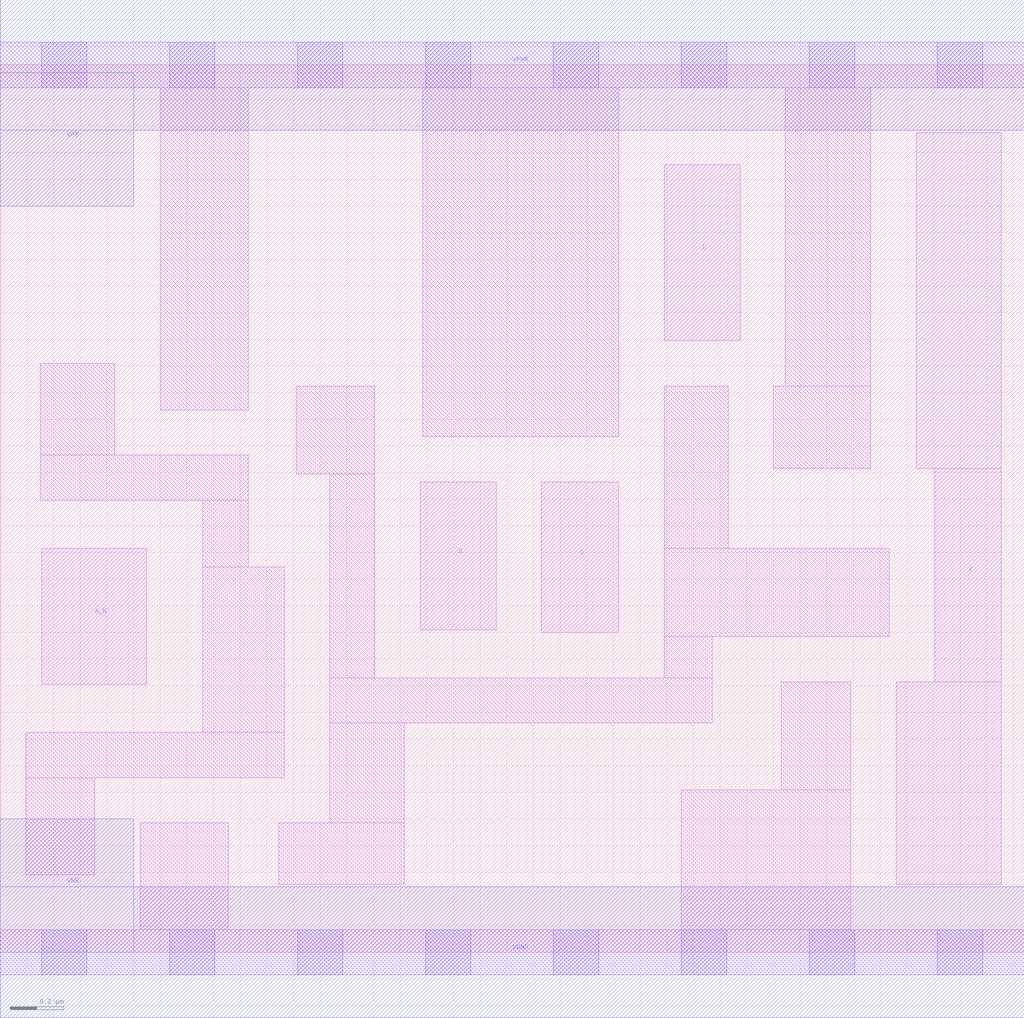
<source format=lef>
# Copyright 2020 The SkyWater PDK Authors
#
# Licensed under the Apache License, Version 2.0 (the "License");
# you may not use this file except in compliance with the License.
# You may obtain a copy of the License at
#
#     https://www.apache.org/licenses/LICENSE-2.0
#
# Unless required by applicable law or agreed to in writing, software
# distributed under the License is distributed on an "AS IS" BASIS,
# WITHOUT WARRANTIES OR CONDITIONS OF ANY KIND, either express or implied.
# See the License for the specific language governing permissions and
# limitations under the License.
#
# SPDX-License-Identifier: Apache-2.0

VERSION 5.5 ;
NAMESCASESENSITIVE ON ;
BUSBITCHARS "[]" ;
DIVIDERCHAR "/" ;
MACRO sky130_fd_sc_lp__and4b_1
  CLASS CORE ;
  SOURCE USER ;
  ORIGIN  0.000000  0.000000 ;
  SIZE  3.840000 BY  3.330000 ;
  SYMMETRY X Y R90 ;
  SITE unit ;
  PIN A_N
    ANTENNAGATEAREA  0.126000 ;
    DIRECTION INPUT ;
    USE SIGNAL ;
    PORT
      LAYER li1 ;
        RECT 0.155000 1.005000 0.550000 1.515000 ;
    END
  END A_N
  PIN B
    ANTENNAGATEAREA  0.126000 ;
    DIRECTION INPUT ;
    USE SIGNAL ;
    PORT
      LAYER li1 ;
        RECT 1.575000 1.210000 1.860000 1.765000 ;
    END
  END B
  PIN C
    ANTENNAGATEAREA  0.126000 ;
    DIRECTION INPUT ;
    USE SIGNAL ;
    PORT
      LAYER li1 ;
        RECT 2.030000 1.200000 2.320000 1.765000 ;
    END
  END C
  PIN D
    ANTENNAGATEAREA  0.126000 ;
    DIRECTION INPUT ;
    USE SIGNAL ;
    PORT
      LAYER li1 ;
        RECT 2.490000 2.295000 2.775000 2.955000 ;
    END
  END D
  PIN X
    ANTENNADIFFAREA  0.556500 ;
    DIRECTION OUTPUT ;
    USE SIGNAL ;
    PORT
      LAYER li1 ;
        RECT 3.360000 0.255000 3.755000 1.015000 ;
        RECT 3.435000 1.815000 3.755000 3.075000 ;
        RECT 3.505000 1.015000 3.755000 1.815000 ;
    END
  END X
  PIN VGND
    DIRECTION INOUT ;
    USE GROUND ;
    PORT
      LAYER met1 ;
        RECT 0.000000 -0.245000 3.840000 0.245000 ;
    END
  END VGND
  PIN VNB
    DIRECTION INOUT ;
    USE GROUND ;
    PORT
      LAYER met1 ;
        RECT 0.000000 0.000000 0.500000 0.500000 ;
    END
  END VNB
  PIN VPB
    DIRECTION INOUT ;
    USE POWER ;
    PORT
      LAYER met1 ;
        RECT 0.000000 2.800000 0.500000 3.300000 ;
    END
  END VPB
  PIN VPWR
    DIRECTION INOUT ;
    USE POWER ;
    PORT
      LAYER met1 ;
        RECT 0.000000 3.085000 3.840000 3.575000 ;
    END
  END VPWR
  OBS
    LAYER li1 ;
      RECT 0.000000 -0.085000 3.840000 0.085000 ;
      RECT 0.000000  3.245000 3.840000 3.415000 ;
      RECT 0.095000  0.290000 0.355000 0.655000 ;
      RECT 0.095000  0.655000 1.065000 0.825000 ;
      RECT 0.150000  1.695000 0.930000 1.865000 ;
      RECT 0.150000  1.865000 0.430000 2.210000 ;
      RECT 0.525000  0.085000 0.855000 0.485000 ;
      RECT 0.600000  2.035000 0.930000 3.245000 ;
      RECT 0.760000  0.825000 1.065000 1.445000 ;
      RECT 0.760000  1.445000 0.930000 1.695000 ;
      RECT 1.045000  0.255000 1.515000 0.485000 ;
      RECT 1.110000  1.795000 1.405000 2.125000 ;
      RECT 1.235000  0.485000 1.515000 0.860000 ;
      RECT 1.235000  0.860000 2.670000 1.030000 ;
      RECT 1.235000  1.030000 1.405000 1.795000 ;
      RECT 1.585000  1.935000 2.320000 3.245000 ;
      RECT 2.490000  1.030000 2.670000 1.185000 ;
      RECT 2.490000  1.185000 3.335000 1.515000 ;
      RECT 2.490000  1.515000 2.730000 2.125000 ;
      RECT 2.555000  0.085000 3.190000 0.610000 ;
      RECT 2.900000  1.815000 3.265000 2.125000 ;
      RECT 2.930000  0.610000 3.190000 1.015000 ;
      RECT 2.945000  2.125000 3.265000 3.245000 ;
    LAYER mcon ;
      RECT 0.155000 -0.085000 0.325000 0.085000 ;
      RECT 0.155000  3.245000 0.325000 3.415000 ;
      RECT 0.635000 -0.085000 0.805000 0.085000 ;
      RECT 0.635000  3.245000 0.805000 3.415000 ;
      RECT 1.115000 -0.085000 1.285000 0.085000 ;
      RECT 1.115000  3.245000 1.285000 3.415000 ;
      RECT 1.595000 -0.085000 1.765000 0.085000 ;
      RECT 1.595000  3.245000 1.765000 3.415000 ;
      RECT 2.075000 -0.085000 2.245000 0.085000 ;
      RECT 2.075000  3.245000 2.245000 3.415000 ;
      RECT 2.555000 -0.085000 2.725000 0.085000 ;
      RECT 2.555000  3.245000 2.725000 3.415000 ;
      RECT 3.035000 -0.085000 3.205000 0.085000 ;
      RECT 3.035000  3.245000 3.205000 3.415000 ;
      RECT 3.515000 -0.085000 3.685000 0.085000 ;
      RECT 3.515000  3.245000 3.685000 3.415000 ;
  END
END sky130_fd_sc_lp__and4b_1

</source>
